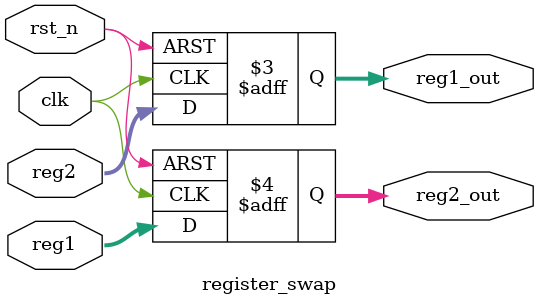
<source format=v>
module register_swap (
    input wire clk,       // Clock input
    input wire rst_n,     // Asynchronous active-low reset input
    input wire [7:0] reg1, // First register input
    input wire [7:0] reg2, // Second register input
    output reg [7:0] reg1_out, // First register output
    output reg [7:0] reg2_out // Second register output
  );

  // Asynchronous reset logic
  always @(posedge clk or negedge rst_n)
  begin
    if (!rst_n)
    begin
      reg1_out <= 8'h00; // Reset reg1_out to 0
      reg2_out <= 8'h00; // Reset reg2_out to 0
    end
    else
    begin
      // Swap logic
      reg1_out <= reg2; // Assign reg2 to reg1_out
      reg2_out <= reg1; // Assign reg1 to reg2_out
    end
  end

endmodule

</source>
